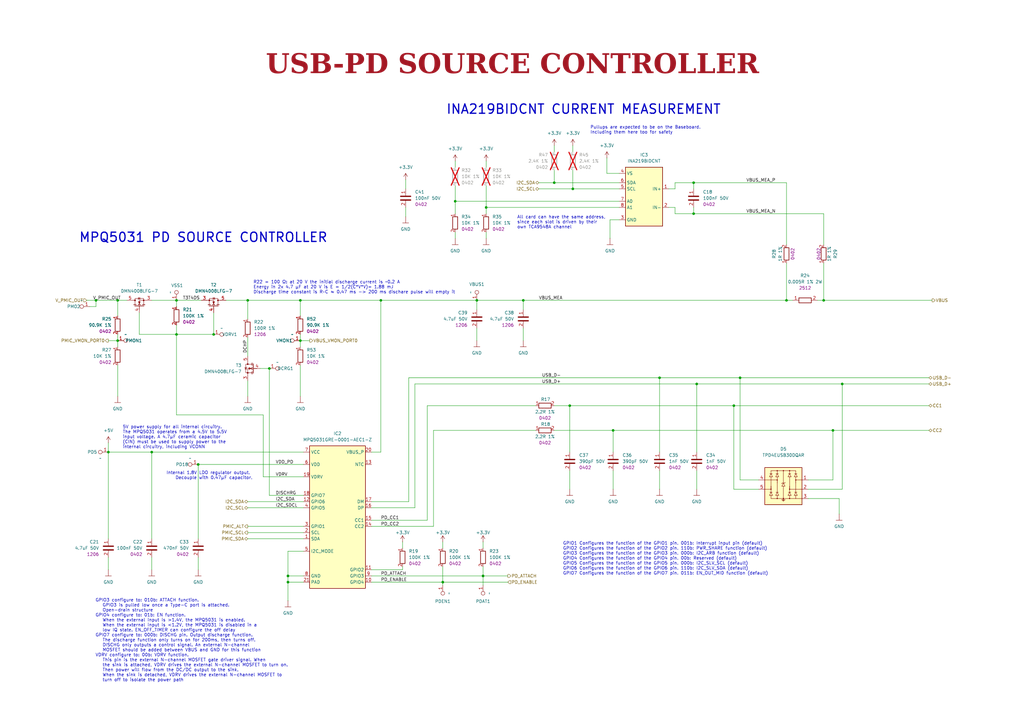
<source format=kicad_sch>
(kicad_sch (version 20250114) (generator "eeschema") (generator_version "9.0")
  (paper "A3")
  (title_block (title "Sheet Title B") (date "2025-01-12") (rev "1.0.0") (company "DvidMakesThings"))
  (text "All card can have the same address,\nsince each slot is driven by their\nown TCA9548A channel" (at 212.09 91.186 0) (effects (font (size 1.27 1.27)) (justify left)))
  (text "R22 = 100 Ω: at 20 V the initial discharge current is ~0.2 A\nEnergy in 2x 4.7 µF at 20 V is E = 1/2(C*V*V)= 1.88 mJ\nDischarge time constant is R·C ≈ 0.47 ms -> 200 ms dischare pulse will empty it" (at 103.886 117.856 0) (effects (font (size 1.27 1.27)) (justify left)))
  (text "5V power supply for all internal circuitry. \nThe MPQ5031 operates from a 4.5V to 5.5V \ninput voltage. A 4.7µF ceramic capacitor \n(CIN) must be used to supply power to the \ninternal circuitry, including VCONN" (at 50.292 179.324 0) (effects (font (size 1.27 1.27)) (justify left)))
  (text "MPQ5031 PD SOURCE CONTROLLER" (at 32.258 97.536 0) (effects (font (size 3.81 3.81) (thickness 0.508) (bold yes)) (justify left)))
  (text "INA219BIDCNT CURRENT MEASUREMENT" (at 182.88 44.958 0) (effects (font (size 3.81 3.81) (thickness 0.508) (bold yes)) (justify left)))
  (text "GPIO3 configure to: 010b: ATTACH function. \n   GPIO3 is pulled low once a Type-C port is attached. \n   Open-drain structure\nGPIO4 configure to: 01b: EN function. \n   When the external input is >1.4V, the MPQ5031 is enabled. \n   When the external input is <1.2V, the MPQ5031 is disabled in a \n   low IQ state. EN_OFF_TIMER can configure the off delay\nGPIO7 configure to: 000b: DISCHG pin. Output discharge function. \n   The discharge function only turns on for 200ms, then turns off. \n   DISCHG only outputs a control signal. An external N-channel\n   MOSFET should be added between VBUS and GND for this function\nVDRV configure to: 00b: VDRV function. \n   This pin is the external N-channel MOSFET gate driver signal. When\n   the sink is attached, VDRV drives the external N-channel MOSFET to turn on. \n   Then power will flow from the DC/DC output to the sink. \n   When the sink is detached, VDRV drives the external N-channel MOSFET to \n   turn off to isolate the power path" (at 39.116 262.636 0) (effects (font (size 1.27 1.27)) (justify left)))
  (text "GPIO1 Configures the function of the GPIO1 pin. 001b: Interrupt input pin (default)\nGPIO2 Configures the function of the GPIO2 pin. 110b: PWR_SHARE function (default)\nGPIO3 Configures the function of the GPIO3 pin. 000b: I2C_ARB function (default)\nGPIO4 Configures the function of the GPIO4 pin. 00b: Reserved (default)\nGPIO5 Configures the function of the GPIO5 pin. 000b: I2C_SLV_SCL (default)\nGPIO6 Configures the function of the GPIO6 pin. 110b: I2C_SLV_SDA (default)\nGPIO7 Configures the function of the GPIO7 pin. 011b: EN_OUT_MID function (default)" (at 230.886 229.108 0) (effects (font (size 1.27 1.27)) (justify left)))
  (text "Internal 1.8V LDO regulator output. \nDecouple with 0.47µF capacitor." (at 103.632 195.072 0) (effects (font (size 1.27 1.27)) (justify right)))
  (text "Pullups are expected to be on the Baseboard. \nIncluding them here too for safety" (at 242.062 53.34 0) (effects (font (size 1.27 1.27)) (justify left)))
  (text_box "USB-PD SOURCE CONTROLLER" (at 13.97 20.32 0) (size 392.43 12.7) (margins 5.9999 5.9999 5.9999 5.9999) (stroke (width -0.0001)) (effects (font (size 8 8) (thickness 1.2) (bold yes))))
  (junction (at 81.28 190.5))
  (junction (at 48.26 139.7))
  (junction (at 72.39 123.19))
  (junction (at 285.75 157.48))
  (junction (at 195.58 123.19))
  (junction (at 110.49 151.13))
  (junction (at 234.95 77.47))
  (junction (at 198.12 236.22))
  (junction (at 123.19 139.7))
  (junction (at 48.26 123.19))
  (junction (at 44.45 185.42))
  (junction (at 322.58 123.19))
  (junction (at 62.23 185.42))
  (junction (at 341.63 176.53))
  (junction (at 345.44 157.48))
  (junction (at 39.37 123.19))
  (junction (at 300.99 166.37))
  (junction (at 101.6 123.19))
  (junction (at 233.68 166.37))
  (junction (at 181.61 238.76))
  (junction (at 123.19 123.19))
  (junction (at 337.82 123.19))
  (junction (at 251.46 176.53))
  (junction (at 303.53 154.94))
  (junction (at 118.11 236.22))
  (junction (at 284.48 74.93))
  (junction (at 186.69 82.55))
  (junction (at 214.63 123.19))
  (junction (at 156.21 123.19))
  (junction (at 199.39 85.09))
  (junction (at 284.48 87.63))
  (junction (at 227.33 74.93))
  (junction (at 72.39 137.16))
  (junction (at 118.11 238.76))
  (junction (at 270.51 154.94))
  (junction (at 87.63 137.16))
  (wire (pts (xy 101.6 215.9) (xy 124.46 215.9)))
  (wire (pts (xy 251.46 200.66) (xy 251.46 193.04)))
  (wire (pts (xy 227.33 176.53) (xy 251.46 176.53)))
  (wire (pts (xy 195.58 139.7) (xy 195.58 134.62)))
  (wire (pts (xy 214.63 123.19) (xy 214.63 127)))
  (wire (pts (xy 284.48 87.63) (xy 337.82 87.63)))
  (wire (pts (xy 300.99 166.37) (xy 300.99 200.66)))
  (wire (pts (xy 285.75 157.48) (xy 345.44 157.48)))
  (wire (pts (xy 199.39 95.25) (xy 199.39 97.79)))
  (wire (pts (xy 270.51 154.94) (xy 303.53 154.94)))
  (wire (pts (xy 199.39 66.04) (xy 199.39 68.58)))
  (wire (pts (xy 175.26 166.37) (xy 219.71 166.37)))
  (wire (pts (xy 118.11 236.22) (xy 118.11 238.76)))
  (wire (pts (xy 214.63 123.19) (xy 322.58 123.19)))
  (wire (pts (xy 87.63 128.27) (xy 87.63 137.16)))
  (wire (pts (xy 177.8 215.9) (xy 177.8 176.53)))
  (wire (pts (xy 186.69 76.2) (xy 186.69 82.55)))
  (wire (pts (xy 198.12 236.22) (xy 152.4 236.22)))
  (wire (pts (xy 177.8 176.53) (xy 219.71 176.53)))
  (wire (pts (xy 251.46 176.53) (xy 341.63 176.53)))
  (wire (pts (xy 101.6 123.19) (xy 101.6 130.81)))
  (wire (pts (xy 322.58 107.95) (xy 322.58 123.19)))
  (wire (pts (xy 331.47 196.85) (xy 341.63 196.85)))
  (wire (pts (xy 285.75 200.66) (xy 285.75 193.04)))
  (wire (pts (xy 331.47 204.47) (xy 344.17 204.47)))
  (wire (pts (xy 101.6 156.21) (xy 101.6 162.56)))
  (wire (pts (xy 181.61 238.76) (xy 181.61 240.03)))
  (wire (pts (xy 195.58 123.19) (xy 195.58 127)))
  (wire (pts (xy 165.1 233.68) (xy 165.1 232.41)))
  (wire (pts (xy 118.11 226.06) (xy 118.11 236.22)))
  (wire (pts (xy 101.6 123.19) (xy 123.19 123.19)))
  (wire (pts (xy 152.4 208.28) (xy 170.18 208.28)))
  (wire (pts (xy 234.95 77.47) (xy 254 77.47)))
  (wire (pts (xy 284.48 74.93) (xy 322.58 74.93)))
  (wire (pts (xy 227.33 166.37) (xy 233.68 166.37)))
  (wire (pts (xy 123.19 149.86) (xy 123.19 162.56)))
  (wire (pts (xy 345.44 157.48) (xy 345.44 200.66)))
  (wire (pts (xy 48.26 149.86) (xy 48.26 162.56)))
  (wire (pts (xy 123.19 137.16) (xy 123.19 139.7)))
  (wire (pts (xy 110.49 151.13) (xy 106.68 151.13)))
  (wire (pts (xy 250.19 90.17) (xy 250.19 97.79)))
  (wire (pts (xy 208.28 236.22) (xy 198.12 236.22)))
  (wire (pts (xy 107.95 170.18) (xy 72.39 170.18)))
  (wire (pts (xy 337.82 87.63) (xy 337.82 100.33)))
  (wire (pts (xy 62.23 233.68) (xy 62.23 228.6)))
  (wire (pts (xy 234.95 59.69) (xy 234.95 62.23)))
  (wire (pts (xy 107.95 195.58) (xy 124.46 195.58)))
  (wire (pts (xy 123.19 123.19) (xy 123.19 129.54)))
  (wire (pts (xy 331.47 200.66) (xy 345.44 200.66)))
  (wire (pts (xy 35.56 123.19) (xy 39.37 123.19)))
  (wire (pts (xy 274.32 77.47) (xy 276.86 77.47)))
  (wire (pts (xy 101.6 138.43) (xy 101.6 146.05)))
  (wire (pts (xy 62.23 123.19) (xy 72.39 123.19)))
  (wire (pts (xy 101.6 205.74) (xy 124.46 205.74)))
  (wire (pts (xy 186.69 82.55) (xy 254 82.55)))
  (wire (pts (xy 101.6 208.28) (xy 124.46 208.28)))
  (wire (pts (xy 198.12 222.25) (xy 198.12 224.79)))
  (wire (pts (xy 72.39 170.18) (xy 72.39 137.16)))
  (wire (pts (xy 322.58 123.19) (xy 325.12 123.19)))
  (wire (pts (xy 233.68 200.66) (xy 233.68 193.04)))
  (wire (pts (xy 156.21 185.42) (xy 156.21 123.19)))
  (wire (pts (xy 220.98 77.47) (xy 234.95 77.47)))
  (wire (pts (xy 48.26 139.7) (xy 44.45 139.7)))
  (wire (pts (xy 233.68 166.37) (xy 300.99 166.37)))
  (wire (pts (xy 36.83 125.73) (xy 39.37 125.73)))
  (wire (pts (xy 227.33 74.93) (xy 254 74.93)))
  (wire (pts (xy 44.45 185.42) (xy 44.45 220.98)))
  (wire (pts (xy 170.18 208.28) (xy 170.18 157.48)))
  (wire (pts (xy 101.6 220.98) (xy 124.46 220.98)))
  (wire (pts (xy 274.32 85.09) (xy 276.86 85.09)))
  (wire (pts (xy 166.37 73.66) (xy 166.37 77.47)))
  (wire (pts (xy 167.64 205.74) (xy 167.64 154.94)))
  (wire (pts (xy 175.26 213.36) (xy 175.26 166.37)))
  (wire (pts (xy 322.58 74.93) (xy 322.58 100.33)))
  (wire (pts (xy 123.19 139.7) (xy 123.19 142.24)))
  (wire (pts (xy 81.28 190.5) (xy 81.28 220.98)))
  (wire (pts (xy 337.82 107.95) (xy 337.82 123.19)))
  (wire (pts (xy 303.53 154.94) (xy 381 154.94)))
  (wire (pts (xy 101.6 218.44) (xy 124.46 218.44)))
  (wire (pts (xy 48.26 123.19) (xy 48.26 129.54)))
  (wire (pts (xy 118.11 236.22) (xy 124.46 236.22)))
  (wire (pts (xy 303.53 154.94) (xy 303.53 196.85)))
  (wire (pts (xy 284.48 74.93) (xy 284.48 77.47)))
  (wire (pts (xy 165.1 222.25) (xy 165.1 224.79)))
  (wire (pts (xy 107.95 195.58) (xy 107.95 170.18)))
  (wire (pts (xy 220.98 74.93) (xy 227.33 74.93)))
  (wire (pts (xy 44.45 233.68) (xy 44.45 228.6)))
  (wire (pts (xy 198.12 236.22) (xy 198.12 240.03)))
  (wire (pts (xy 341.63 176.53) (xy 381 176.53)))
  (wire (pts (xy 254 71.12) (xy 248.92 71.12)))
  (wire (pts (xy 152.4 185.42) (xy 156.21 185.42)))
  (wire (pts (xy 227.33 59.69) (xy 227.33 62.23)))
  (wire (pts (xy 152.4 205.74) (xy 167.64 205.74)))
  (wire (pts (xy 39.37 125.73) (xy 39.37 123.19)))
  (wire (pts (xy 195.58 123.19) (xy 214.63 123.19)))
  (wire (pts (xy 62.23 185.42) (xy 62.23 220.98)))
  (wire (pts (xy 48.26 139.7) (xy 48.26 142.24)))
  (wire (pts (xy 248.92 64.77) (xy 248.92 71.12)))
  (wire (pts (xy 152.4 238.76) (xy 181.61 238.76)))
  (wire (pts (xy 254 90.17) (xy 250.19 90.17)))
  (wire (pts (xy 276.86 87.63) (xy 284.48 87.63)))
  (wire (pts (xy 118.11 238.76) (xy 124.46 238.76)))
  (wire (pts (xy 303.53 196.85) (xy 311.15 196.85)))
  (wire (pts (xy 72.39 133.35) (xy 72.39 137.16)))
  (wire (pts (xy 152.4 213.36) (xy 175.26 213.36)))
  (wire (pts (xy 233.68 166.37) (xy 233.68 185.42)))
  (wire (pts (xy 199.39 85.09) (xy 199.39 87.63)))
  (wire (pts (xy 214.63 139.7) (xy 214.63 134.62)))
  (wire (pts (xy 48.26 123.19) (xy 52.07 123.19)))
  (wire (pts (xy 251.46 176.53) (xy 251.46 185.42)))
  (wire (pts (xy 123.19 139.7) (xy 127 139.7)))
  (wire (pts (xy 48.26 137.16) (xy 48.26 139.7)))
  (wire (pts (xy 300.99 166.37) (xy 381 166.37)))
  (wire (pts (xy 167.64 154.94) (xy 270.51 154.94)))
  (wire (pts (xy 337.82 123.19) (xy 382.27 123.19)))
  (wire (pts (xy 341.63 196.85) (xy 341.63 176.53)))
  (wire (pts (xy 62.23 185.42) (xy 44.45 185.42)))
  (wire (pts (xy 57.15 137.16) (xy 72.39 137.16)))
  (wire (pts (xy 198.12 232.41) (xy 198.12 236.22)))
  (wire (pts (xy 227.33 69.85) (xy 227.33 74.93)))
  (wire (pts (xy 72.39 123.19) (xy 82.55 123.19)))
  (wire (pts (xy 186.69 82.55) (xy 186.69 87.63)))
  (wire (pts (xy 181.61 222.25) (xy 181.61 224.79)))
  (wire (pts (xy 186.69 66.04) (xy 186.69 68.58)))
  (wire (pts (xy 276.86 77.47) (xy 276.86 74.93)))
  (wire (pts (xy 72.39 123.19) (xy 72.39 125.73)))
  (wire (pts (xy 199.39 85.09) (xy 254 85.09)))
  (wire (pts (xy 124.46 226.06) (xy 118.11 226.06)))
  (wire (pts (xy 285.75 157.48) (xy 285.75 185.42)))
  (wire (pts (xy 166.37 88.9) (xy 166.37 85.09)))
  (wire (pts (xy 181.61 238.76) (xy 181.61 232.41)))
  (wire (pts (xy 156.21 123.19) (xy 195.58 123.19)))
  (wire (pts (xy 300.99 200.66) (xy 311.15 200.66)))
  (wire (pts (xy 284.48 85.09) (xy 284.48 87.63)))
  (wire (pts (xy 110.49 203.2) (xy 110.49 151.13)))
  (wire (pts (xy 81.28 190.5) (xy 124.46 190.5)))
  (wire (pts (xy 276.86 85.09) (xy 276.86 87.63)))
  (wire (pts (xy 87.63 137.16) (xy 72.39 137.16)))
  (wire (pts (xy 337.82 123.19) (xy 335.28 123.19)))
  (wire (pts (xy 276.86 74.93) (xy 284.48 74.93)))
  (wire (pts (xy 186.69 95.25) (xy 186.69 97.79)))
  (wire (pts (xy 344.17 204.47) (xy 344.17 210.82)))
  (wire (pts (xy 270.51 185.42) (xy 270.51 154.94)))
  (wire (pts (xy 39.37 123.19) (xy 48.26 123.19)))
  (wire (pts (xy 181.61 238.76) (xy 208.28 238.76)))
  (wire (pts (xy 92.71 123.19) (xy 101.6 123.19)))
  (wire (pts (xy 118.11 238.76) (xy 118.11 246.38)))
  (wire (pts (xy 57.15 128.27) (xy 57.15 137.16)))
  (wire (pts (xy 170.18 157.48) (xy 285.75 157.48)))
  (wire (pts (xy 234.95 69.85) (xy 234.95 77.47)))
  (wire (pts (xy 110.49 203.2) (xy 124.46 203.2)))
  (wire (pts (xy 44.45 181.61) (xy 44.45 185.42)))
  (wire (pts (xy 152.4 233.68) (xy 165.1 233.68)))
  (wire (pts (xy 199.39 76.2) (xy 199.39 85.09)))
  (wire (pts (xy 270.51 200.66) (xy 270.51 193.04)))
  (wire (pts (xy 345.44 157.48) (xy 381 157.48)))
  (wire (pts (xy 123.19 123.19) (xy 156.21 123.19)))
  (wire (pts (xy 152.4 215.9) (xy 177.8 215.9)))
  (wire (pts (xy 81.28 233.68) (xy 81.28 228.6)))
  (wire (pts (xy 124.46 185.42) (xy 62.23 185.42)))
  (label "VDD_PD" (at 113.03 190.5 0))
  (label "USB_D+" (at 222.25 157.48 0))
  (label "USB_D-" (at 222.25 154.94 0))
  (label "I2C_SDA" (at 113.03 205.74 0))
  (label "DISCHRG" (at 113.03 203.2 0))
  (label "DCHP" (at 101.6 144.78 90))
  (label "V_PMIC_OUT" (at 38.1 123.19 0))
  (label "VBUS_MEA_P" (at 306.07 74.93 0))
  (label "PD_CC2" (at 156.21 215.9 0))
  (label "I2C_SDCL" (at 113.03 208.28 0))
  (label "VBUS_MEA_N" (at 306.07 87.63 0))
  (label "T3T4DS" (at 74.93 123.19 0))
  (label "VDRV" (at 113.03 195.58 0))
  (label "PD_ATTACH" (at 156.21 236.22 0))
  (label "PD_CC1" (at 156.21 213.36 0))
  (label "PD_ENABLE" (at 156.21 238.76 0))
  (label "VBUS_MEA" (at 220.98 123.19 0))
  (hierarchical_label "USB_D+" (shape bidirectional) (at 381 157.48 0))
  (hierarchical_label "I2C_SDA" (shape bidirectional) (at 220.98 74.93 180))
  (hierarchical_label "CC2" (shape bidirectional) (at 381 176.53 0))
  (hierarchical_label "PMIC_SCL" (shape output) (at 101.6 218.44 180))
  (hierarchical_label "PD_ENABLE" (shape input) (at 208.28 238.76 0))
  (hierarchical_label "USB_D-" (shape bidirectional) (at 381 154.94 0))
  (hierarchical_label "VBUS_VMON_PORT0" (shape output) (at 127 139.7 0))
  (hierarchical_label "I2C_SCL" (shape bidirectional) (at 220.98 77.47 180))
  (hierarchical_label "CC1" (shape bidirectional) (at 381 166.37 0))
  (hierarchical_label "I2C_SDA" (shape bidirectional) (at 101.6 205.74 180))
  (hierarchical_label "V_PMIC_OUT" (shape input) (at 35.56 123.19 180))
  (hierarchical_label "I2C_SCL" (shape bidirectional) (at 101.6 208.28 180))
  (hierarchical_label "PMIC_SDA" (shape bidirectional) (at 101.6 220.98 180))
  (hierarchical_label "PMIC_VMON_PORT0" (shape output) (at 44.45 139.7 180))
  (hierarchical_label "VBUS" (shape output) (at 382.27 123.19 0))
  (hierarchical_label "PD_ATTACH" (shape output) (at 208.28 236.22 0))
  (hierarchical_label "PMIC_ALT" (shape output) (at 101.6 215.9 180))
  (symbol (lib_id "DS_FET:DMN4008LFG-7") (at 101.6 151.13 0) (mirror y) (unit 1)
    (property "Reference" "T3" (at 99.06 149.8599 0) (effects (justify left)))
    (property "Value" "DMN4008LFG-7" (at 99.06 152.3999 0) (effects (justify left)))
    (property "Footprint" "DS_FET:Diodes_PowerDI3333-8" (effects (hide yes)))
    (property "Datasheet" "https://www.diodes.com/assets/Datasheets/DMN4008LFG.pdf" (effects (hide yes)))
    (property "Description" "N-Channel 40 V 14.4A (Ta) 1W (Ta) Surface Mount POWERDI3333-8" (effects (hide yes)))
    (property "LCSC_PART" "C6601822" (effects (hide yes)))
    (property "ROHS" "YES" (effects (hide yes)))
    (property "MPN" "DMN4008LFG-7" (effects (hide yes)))
    (property "MFR" "Diodes Incorporated" (effects (hide yes)))
    (property "DIST1" "https://www.digikey.at/en/products/detail/diodes-incorporated/DMN4008LFG-7/4948450" (effects (hide yes)))
  )
  (symbol (lib_id "DS_Supply:GND") (at 270.51 200.66 0) (unit 1)
    (property "Reference" "#PWR033" (effects (hide yes)))
    (property "Value" "GND" (at 270.51 205.74 0))
    (property "Description" "Power symbol creates a global label with name \"GND\" , ground" (effects (hide yes)))
  )
  (symbol (lib_id "DS_Capacitor_1206:4.7uF 50V 1206") (at 44.45 224.79 0) (unit 1)
    (property "Reference" "C21" (at 40.64 222.2499 0) (effects (justify right)))
    (property "Value" "4.7uF 50V" (at 40.64 224.7899 0) (effects (justify right)))
    (property "Footprint" "Capacitor_SMD:C_1206_3216Metric" (effects (hide yes)))
    (property "Description" "50V 4.7uF X7R ±10% 1206 Multilayer Ceramic Capacitors MLCC - SMD/SMT ROHS" (effects (hide yes)))
    (property "FOOTPRINT_SHORT" "1206" (at 40.64 227.3299 0) (effects (justify right)))
    (property "ROHS" "YES" (effects (hide yes)))
    (property "LCSC_PART" "C51205" (effects (hide yes)))
  )
  (symbol (lib_id "DS_Test:Test_Point") (at 195.58 121.92 0) (mirror y) (unit 1)
    (property "Reference" "VBUS1" (at 195.58 116.586 0))
    (property "Value" "~" (at 193.04 119.888 90))
    (property "Footprint" "DS_Test:TestPoint_0.6mm" (effects (hide yes)))
  )
  (symbol (lib_id "DS_Test:Test_Point") (at 198.12 241.3 0) (mirror x) (unit 1)
    (property "Reference" "PDAT1" (at 198.12 246.634 0))
    (property "Value" "~" (at 200.66 243.332 90))
    (property "Footprint" "DS_Test:TestPoint_0.6mm" (effects (hide yes)))
  )
  (symbol (lib_id "power:+3.3V") (at 186.69 66.04 0) (unit 1)
    (property "Reference" "#PWR45" (effects (hide yes)))
    (property "Value" "+3.3V" (at 186.69 60.96 0))
    (property "Description" "Power symbol creates a global label with name \"+3.3V\"" (effects (hide yes)))
  )
  (symbol (lib_id "DS_Supply:GND") (at 118.11 246.38 0) (unit 1)
    (property "Reference" "#PWR029" (effects (hide yes)))
    (property "Value" "GND" (at 118.11 251.46 0))
    (property "Description" "Power symbol creates a global label with name \"GND\" , ground" (effects (hide yes)))
  )
  (symbol (lib_id "DS_Supply:GND") (at 250.19 97.79 0) (unit 1)
    (property "Reference" "#PWR43" (effects (hide yes)))
    (property "Value" "GND" (at 250.19 102.87 0))
    (property "Description" "Power symbol creates a global label with name \"GND\" , ground" (effects (hide yes)))
  )
  (symbol (lib_id "DS_Resistor_2512:0.005R 1% 2515") (at 330.2 123.19 90) (mirror x) (unit 1)
    (property "Reference" "R24" (at 330.2 113.03 90))
    (property "Value" "0.005R 1% 2W" (at 330.2 115.57 90))
    (property "Footprint" "Resistor_SMD:R_2512_6332Metric" (effects (hide yes)))
    (property "Datasheet" "https://jlcpcb.com/api/file/downloadByFileSystemAccessId/8588898866486267904" (effects (hide yes)))
    (property "Description" "-55°C~+170°C 2W 5mΩ ±1% ±25ppm/°C 2512 Chip Resistor - Surface Mount ROHS" (effects (hide yes)))
    (property "LCSC_PART" "C108931" (effects (hide yes)))
    (property "ROHS" "YES" (effects (hide yes)))
    (property "FOOTPRINT_SHORT" "2512" (at 330.2 118.11 90))
    (property "MFR" "RALEC" (effects (hide yes)))
    (property "MPN" "LR2512-22R005F4" (effects (hide yes)))
  )
  (symbol (lib_id "DS_Supply:GND") (at 233.68 200.66 0) (unit 1)
    (property "Reference" "#PWR035" (effects (hide yes)))
    (property "Value" "GND" (at 233.68 205.74 0))
    (property "Description" "Power symbol creates a global label with name \"GND\" , ground" (effects (hide yes)))
  )
  (symbol (lib_id "DS_Resistor_0402:2.4K 1% 0402") (at 227.33 66.04 0) (mirror y) (unit 1) (in_bom no) (dnp yes)
    (property "Reference" "R47" (at 224.79 63.4999 0) (effects (justify left)))
    (property "Value" "2.4K 1%" (at 224.79 66.0399 0) (effects (justify left)))
    (property "Footprint" "Resistor_SMD:R_0402_1005Metric" (effects (hide yes)))
    (property "Description" "62.5mW Thick Film Resistors 50V ±100ppm/℃ ±1% 2.4kΩ 0402 Chip Resistor - Surface Mount ROHS" (effects (hide yes)))
    (property "LCSC_PART" "C25882" (effects (hide yes)))
    (property "ROHS" "YES" (effects (hide yes)))
    (property "FOOTPRINT_SHORT" "0402" (at 224.79 68.5799 0) (effects (justify left)))
    (property "MFR" "LIZ" (effects (hide yes)))
  )
  (symbol (lib_id "DS_Test:Test_Point") (at 181.61 241.3 0) (mirror x) (unit 1)
    (property "Reference" "PDEN1" (at 181.61 246.634 0))
    (property "Value" "~" (at 184.15 243.332 90))
    (property "Footprint" "DS_Test:TestPoint_0.6mm" (effects (hide yes)))
  )
  (symbol (lib_id "DS_Test:Test_Point") (at 43.18 185.42 90) (mirror x) (unit 1)
    (property "Reference" "PD5" (at 37.846 185.42 90))
    (property "Value" "~" (at 41.148 187.96 90))
    (property "Footprint" "DS_Test:TestPoint_0.6mm" (effects (hide yes)))
  )
  (symbol (lib_id "DS_Resistor_0402:2.4K 1% 0402") (at 234.95 66.04 0) (unit 1) (in_bom no) (dnp yes)
    (property "Reference" "R45" (at 237.49 63.4999 0) (effects (justify left)))
    (property "Value" "2.4K 1%" (at 237.49 66.0399 0) (effects (justify left)))
    (property "Footprint" "Resistor_SMD:R_0402_1005Metric" (effects (hide yes)))
    (property "Description" "62.5mW Thick Film Resistors 50V ±100ppm/℃ ±1% 2.4kΩ 0402 Chip Resistor - Surface Mount ROHS" (effects (hide yes)))
    (property "LCSC_PART" "C25882" (effects (hide yes)))
    (property "ROHS" "YES" (effects (hide yes)))
    (property "FOOTPRINT_SHORT" "0402" (at 237.49 68.5799 0) (effects (justify left)))
    (property "MFR" "LIZ" (effects (hide yes)))
  )
  (symbol (lib_id "DS_Test:Test_Point") (at 88.9 137.16 270) (mirror x) (unit 1)
    (property "Reference" "VDRV1" (at 94.234 137.16 90))
    (property "Value" "~" (at 90.932 134.62 90))
    (property "Footprint" "DS_Test:TestPoint_0.6mm" (effects (hide yes)))
  )
  (symbol (lib_id "DS_FET:DMN4008LFG-7") (at 57.15 123.19 90) (unit 1)
    (property "Reference" "T1" (at 57.15 116.84 90))
    (property "Value" "DMN4008LFG-7" (at 57.15 119.38 90))
    (property "Footprint" "DS_FET:Diodes_PowerDI3333-8" (effects (hide yes)))
    (property "Datasheet" "https://www.diodes.com/assets/Datasheets/DMN4008LFG.pdf" (effects (hide yes)))
    (property "Description" "N-Channel 40 V 14.4A (Ta) 1W (Ta) Surface Mount POWERDI3333-8" (effects (hide yes)))
    (property "LCSC_PART" "C6601822" (effects (hide yes)))
    (property "ROHS" "YES" (effects (hide yes)))
    (property "MPN" "DMN4008LFG-7" (effects (hide yes)))
    (property "MFR" "Diodes Incorporated" (effects (hide yes)))
    (property "DIST1" "https://www.digikey.at/en/products/detail/diodes-incorporated/DMN4008LFG-7/4948450" (effects (hide yes)))
  )
  (symbol (lib_id "DS_Capacitor_1206:4.7uF 50V 1206") (at 195.58 130.81 0) (unit 1)
    (property "Reference" "C39" (at 191.77 128.2699 0) (effects (justify right)))
    (property "Value" "4.7uF 50V" (at 191.77 130.8099 0) (effects (justify right)))
    (property "Footprint" "Capacitor_SMD:C_1206_3216Metric" (effects (hide yes)))
    (property "Description" "50V 4.7uF X7R ±10% 1206 Multilayer Ceramic Capacitors MLCC - SMD/SMT ROHS" (effects (hide yes)))
    (property "FOOTPRINT_SHORT" "1206" (at 191.77 133.3499 0) (effects (justify right)))
    (property "ROHS" "YES" (effects (hide yes)))
    (property "LCSC_PART" "C51205" (effects (hide yes)))
  )
  (symbol (lib_id "DS_Resistor_0402:100K 1% 0402") (at 165.1 228.6 0) (unit 1)
    (property "Reference" "R19" (at 167.64 226.0599 0) (effects (justify left)))
    (property "Value" "100K 1%" (at 167.64 228.5999 0) (effects (justify left)))
    (property "Footprint" "Resistor_SMD:R_0402_1005Metric" (effects (hide yes)))
    (property "Description" "62.5mW Thick Film Resistors 50V ±100ppm/℃ ±1% 100kΩ 0402 Chip Resistor - Surface Mount ROHS" (effects (hide yes)))
    (property "LCSC_PART" "C25741" (effects (hide yes)))
    (property "ROHS" "YES" (effects (hide yes)))
    (property "FOOTPRINT_SHORT" "0402" (at 167.64 231.1399 0) (effects (justify left)))
    (property "MFR" "FH" (effects (hide yes)))
  )
  (symbol (lib_id "DS_Capacitor_0402:1nF 50V 0402") (at 270.51 189.23 0) (unit 1)
    (property "Reference" "C35" (at 274.32 186.6899 0) (effects (justify left)))
    (property "Value" "1nF 50V" (at 274.32 189.2299 0) (effects (justify left)))
    (property "Footprint" "Capacitor_SMD:C_0402_1005Metric" (effects (hide yes)))
    (property "Description" "50V 1nF X7R ±10% 0402 Multilayer Ceramic Capacitors MLCC - SMD/SMT ROHS" (effects (hide yes)))
    (property "FOOTPRINT_SHORT" "0402" (at 274.32 191.7699 0) (effects (justify left)))
    (property "ROHS" "YES" (effects (hide yes)))
    (property "LCSC_PART" "C14442" (effects (hide yes)))
  )
  (symbol (lib_id "DS_Resistor_0402:10K 1% 0402") (at 48.26 146.05 0) (mirror y) (unit 1)
    (property "Reference" "R27" (at 45.72 143.5099 0) (effects (justify left)))
    (property "Value" "10K 1%" (at 45.72 146.0499 0) (effects (justify left)))
    (property "Footprint" "Resistor_SMD:R_0402_1005Metric" (effects (hide yes)))
    (property "Description" "62.5mW Thick Film Resistors 50V ±100ppm/℃ ±1% 10kΩ 0402 Chip Resistor - Surface Mount ROHS" (effects (hide yes)))
    (property "LCSC_PART" "C25744" (effects (hide yes)))
    (property "ROHS" "YES" (effects (hide yes)))
    (property "FOOTPRINT_SHORT" "0402" (at 45.72 148.5899 0) (effects (justify left)))
    (property "MFR" "ROHM" (effects (hide yes)))
  )
  (symbol (lib_id "DS_Resistor_0402:90.9K 1% 0402") (at 48.26 133.35 0) (mirror y) (unit 1)
    (property "Reference" "R25" (at 45.72 130.8099 0) (effects (justify left)))
    (property "Value" "90.9K 1%" (at 45.72 133.3499 0) (effects (justify left)))
    (property "Footprint" "Resistor_SMD:R_0402_1005Metric" (effects (hide yes)))
    (property "Datasheet" "https://jlcpcb.com/api/file/downloadByFileSystemAccessId/8588907086897537024" (effects (hide yes)))
    (property "Description" "90.9kΩ Thick Film Resistor ±1% ±100ppm/°C 0402 Chip Resistor - Surface Mount ROHS" (effects (hide yes)))
    (property "LCSC_PART" "C163452" (effects (hide yes)))
    (property "ROHS" "YES" (effects (hide yes)))
    (property "FOOTPRINT_SHORT" "0402" (at 45.72 135.8899 0) (effects (justify left)))
    (property "MFR" "YAGEO" (effects (hide yes)))
    (property "MPN" "RC0402FR-0790K9L" (effects (hide yes)))
  )
  (symbol (lib_id "DS_Test:Test_Point") (at 35.56 125.73 90) (unit 1)
    (property "Reference" "PMO2" (at 30.226 125.73 90))
    (property "Value" "~" (at 33.528 123.19 90))
    (property "Footprint" "DS_Test:TestPoint_0.6mm" (effects (hide yes)))
  )
  (symbol (lib_id "DS_Resistor_0402:2.2R 1% 0402") (at 223.52 166.37 90) (unit 1)
    (property "Reference" "R17" (at 223.774 163.83 90))
    (property "Value" "2.2R 1%" (at 223.52 168.91 90))
    (property "Footprint" "Resistor_SMD:R_0402_1005Metric" (effects (hide yes)))
    (property "Description" "-55℃~+155℃ 2.2Ω 50V 62.5mW Thick Film Resistor ±1% ±200ppm/℃ 0402 Chip Resistor - Surface Mount ROHS" (effects (hide yes)))
    (property "LCSC_PART" "C25101" (effects (hide yes)))
    (property "ROHS" "YES" (effects (hide yes)))
    (property "FOOTPRINT_SHORT" "0402" (at 223.52 171.45 90))
    (property "MFR" " UNI-ROYAL" (effects (hide yes)))
  )
  (symbol (lib_id "DS_Test:Test_Point") (at 80.01 190.5 90) (unit 1)
    (property "Reference" "PD18" (at 74.676 190.5 90))
    (property "Value" "~" (at 77.978 187.96 90))
    (property "Footprint" "DS_Test:TestPoint_0.6mm" (effects (hide yes)))
  )
  (symbol (lib_id "DS_Supply:GND") (at 344.17 210.82 0) (unit 1)
    (property "Reference" "#PWR032" (effects (hide yes)))
    (property "Value" "GND" (at 344.17 215.9 0))
    (property "Description" "Power symbol creates a global label with name \"GND\" , ground" (effects (hide yes)))
  )
  (symbol (lib_id "DS_Supply:GND") (at 251.46 200.66 0) (unit 1)
    (property "Reference" "#PWR036" (effects (hide yes)))
    (property "Value" "GND" (at 251.46 205.74 0))
    (property "Description" "Power symbol creates a global label with name \"GND\" , ground" (effects (hide yes)))
  )
  (symbol (lib_id "DS_FET:DMN4008LFG-7") (at 87.63 123.19 270) (mirror x) (unit 1)
    (property "Reference" "T2" (at 87.63 116.84 90))
    (property "Value" "DMN4008LFG-7" (at 87.63 119.38 90))
    (property "Footprint" "DS_FET:Diodes_PowerDI3333-8" (effects (hide yes)))
    (property "Datasheet" "https://www.diodes.com/assets/Datasheets/DMN4008LFG.pdf" (effects (hide yes)))
    (property "Description" "N-Channel 40 V 14.4A (Ta) 1W (Ta) Surface Mount POWERDI3333-8" (effects (hide yes)))
    (property "LCSC_PART" "C6601822" (effects (hide yes)))
    (property "ROHS" "YES" (effects (hide yes)))
    (property "MPN" "DMN4008LFG-7" (effects (hide yes)))
    (property "MFR" "Diodes Incorporated" (effects (hide yes)))
    (property "DIST1" "https://www.digikey.at/en/products/detail/diodes-incorporated/DMN4008LFG-7/4948450" (effects (hide yes)))
  )
  (symbol (lib_id "DS_Supply:GND") (at 166.37 88.9 0) (unit 1)
    (property "Reference" "#PWR090" (effects (hide yes)))
    (property "Value" "GND" (at 166.37 93.98 0))
    (property "Description" "Power symbol creates a global label with name \"GND\" , ground" (effects (hide yes)))
  )
  (symbol (lib_id "power:+3.3V") (at 199.39 66.04 0) (unit 1)
    (property "Reference" "#PWR44" (effects (hide yes)))
    (property "Value" "+3.3V" (at 199.39 60.96 0))
    (property "Description" "Power symbol creates a global label with name \"+3.3V\"" (effects (hide yes)))
  )
  (symbol (lib_id "DS_Test:Test_Point") (at 72.39 121.92 0) (mirror y) (unit 1)
    (property "Reference" "VSS1" (at 72.644 117.094 0))
    (property "Value" "~" (at 69.85 119.888 90))
    (property "Footprint" "DS_Test:TestPoint_0.6mm" (effects (hide yes)))
  )
  (symbol (lib_id "DS_Resistor_0402:10K 1% 0402") (at 199.39 91.44 0) (unit 1)
    (property "Reference" "R35" (at 201.93 88.8999 0) (effects (justify left)))
    (property "Value" "10K 1%" (at 201.93 91.4399 0) (effects (justify left)))
    (property "Footprint" "Resistor_SMD:R_0402_1005Metric" (effects (hide yes)))
    (property "Description" "62.5mW Thick Film Resistors 50V ±100ppm/℃ ±1% 10kΩ 0402 Chip Resistor - Surface Mount ROHS" (effects (hide yes)))
    (property "LCSC_PART" "C25744" (effects (hide yes)))
    (property "ROHS" "YES" (effects (hide yes)))
    (property "FOOTPRINT_SHORT" "0402" (at 201.93 93.9799 0) (effects (justify left)))
    (property "MFR" "ROHM" (effects (hide yes)))
  )
  (symbol (lib_id "DS_Peripherals:INA219BIDCNT") (at 264.16 81.28 0) (unit 1)
    (property "Reference" "IC3" (at 264.16 63.5 0))
    (property "Value" "INA219BIDCNT" (at 264.16 66.04 0))
    (property "Footprint" "DS_Peripherals:SOT-23-8" (effects (hide yes)))
    (property "Datasheet" "https://www.ti.com/lit/ds/symlink/ina219.pdf" (effects (hide yes)))
    (property "Description" "Current Monitor Regulator High-Side 10mA SOT-23-8" (effects (hide yes)))
    (property "MPN" "INA219BIDCNT" (effects (hide yes)))
    (property "MFR" "Texas Instruments" (effects (hide yes)))
    (property "ROHS" "YES" (effects (hide yes)))
    (property "LCSC_PART" "C2653868" (effects (hide yes)))
    (property "DIST1" "https://www.digikey.de/en/products/detail/texas-instruments/ina190a1idckr/10434706" (effects (hide yes)))
  )
  (symbol (lib_id "power:+3.3V") (at 234.95 59.69 0) (unit 1)
    (property "Reference" "#PWR083" (effects (hide yes)))
    (property "Value" "+3.3V" (at 234.95 54.61 0))
    (property "Description" "Power symbol creates a global label with name \"+3.3V\"" (effects (hide yes)))
  )
  (symbol (lib_id "DS_Resistor_0402:100K 1% 0402") (at 72.39 129.54 0) (unit 1)
    (property "Reference" "R21" (at 74.93 126.9999 0) (effects (justify left)))
    (property "Value" "100K 1%" (at 74.93 129.5399 0) (effects (justify left)))
    (property "Footprint" "Resistor_SMD:R_0402_1005Metric" (effects (hide yes)))
    (property "Description" "62.5mW Thick Film Resistors 50V ±100ppm/℃ ±1% 100kΩ 0402 Chip Resistor - Surface Mount ROHS" (effects (hide yes)))
    (property "LCSC_PART" "C25741" (effects (hide yes)))
    (property "ROHS" "YES" (effects (hide yes)))
    (property "FOOTPRINT_SHORT" "0402" (at 74.93 132.0799 0) (effects (justify left)))
    (property "MFR" "FH" (effects (hide yes)))
  )
  (symbol (lib_id "DS_Supply:GND") (at 199.39 97.79 0) (unit 1)
    (property "Reference" "#PWR46" (effects (hide yes)))
    (property "Value" "GND" (at 199.39 102.87 0))
    (property "Description" "Power symbol creates a global label with name \"GND\" , ground" (effects (hide yes)))
  )
  (symbol (lib_id "DS_Capacitor_0402:100nF 50V 0402") (at 62.23 224.79 0) (unit 1)
    (property "Reference" "C22" (at 58.42 222.2499 0) (effects (justify right)))
    (property "Value" "100nF 50V" (at 58.42 224.7899 0) (effects (justify right)))
    (property "Footprint" "Capacitor_SMD:C_0402_1005Metric" (effects (hide yes)))
    (property "Description" "50V 100nF X7R ±10% 0402 Multilayer Ceramic Capacitors MLCC - SMD/SMT ROHS" (effects (hide yes)))
    (property "FOOTPRINT_SHORT" "0402" (at 58.42 227.3299 0) (effects (justify right)))
    (property "ROHS" "YES" (effects (hide yes)))
    (property "LCSC_PART" "C307331" (effects (hide yes)))
  )
  (symbol (lib_id "DS_Supply:GND") (at 285.75 200.66 0) (unit 1)
    (property "Reference" "#PWR034" (effects (hide yes)))
    (property "Value" "GND" (at 285.75 205.74 0))
    (property "Description" "Power symbol creates a global label with name \"GND\" , ground" (effects (hide yes)))
  )
  (symbol (lib_id "DS_Diode:TPD4EUSB30DQAR") (at 321.31 199.39 0) (unit 1)
    (property "Reference" "D5" (at 321.31 184.15 0))
    (property "Value" "TPD4EUSB30DQAR" (at 321.31 186.69 0))
    (property "Footprint" "DS_Diode:USON10_2.5x1" (effects (hide yes)))
    (property "Datasheet" "https://www.ti.com/lit/ds/symlink/tpd4eusb30.pdf" (effects (hide yes)))
    (property "Description" "8V Clamp 1A (8/20µs) Ipp Tv" (effects (hide yes)))
    (property "MFR" "Texas Instruments" (effects (hide yes)))
    (property "MPN" "TPD4EUSB30DQAR" (effects (hide yes)))
    (property "ROHS" "YES" (effects (hide yes)))
    (property "LCSC_PART" "C5199222" (effects (hide yes)))
  )
  (symbol (lib_id "power:+3.3V") (at 248.92 64.77 0) (unit 1)
    (property "Reference" "#PWR23" (effects (hide yes)))
    (property "Value" "+3.3V" (at 248.92 59.69 0))
    (property "Description" "Power symbol creates a global label with name \"+3.3V\"" (effects (hide yes)))
  )
  (symbol (lib_id "DS_Supply:GND") (at 195.58 139.7 0) (unit 1)
    (property "Reference" "#PWR038" (effects (hide yes)))
    (property "Value" "GND" (at 195.58 144.78 0))
    (property "Description" "Power symbol creates a global label with name \"GND\" , ground" (effects (hide yes)))
  )
  (symbol (lib_id "DS_Capacitor_0402:100nF 50V 0402") (at 166.37 81.28 0) (unit 1)
    (property "Reference" "C41" (at 170.18 78.7399 0) (effects (justify left)))
    (property "Value" "100nF 50V" (at 170.18 81.2799 0) (effects (justify left)))
    (property "Footprint" "Capacitor_SMD:C_0402_1005Metric" (effects (hide yes)))
    (property "Description" "50V 100nF X7R ±10% 0402 Multilayer Ceramic Capacitors MLCC - SMD/SMT ROHS" (effects (hide yes)))
    (property "FOOTPRINT_SHORT" "0402" (at 170.18 83.8199 0) (effects (justify left)))
    (property "ROHS" "YES" (effects (hide yes)))
    (property "LCSC_PART" "C307331" (effects (hide yes)))
  )
  (symbol (lib_id "DS_Supply:GND") (at 123.19 162.56 0) (unit 1)
    (property "Reference" "#PWR094" (effects (hide yes)))
    (property "Value" "GND" (at 123.19 167.64 0))
    (property "Description" "Power symbol creates a global label with name \"GND\" , ground" (effects (hide yes)))
  )
  (symbol (lib_id "DS_Capacitor_0402:470nF 50V 0402") (at 81.28 224.79 0) (unit 1)
    (property "Reference" "C33" (at 77.47 222.2499 0) (effects (justify right)))
    (property "Value" "470nF 50V" (at 77.47 224.7899 0) (effects (justify right)))
    (property "Footprint" "Capacitor_SMD:C_0402_1005Metric" (effects (hide yes)))
    (property "Datasheet" "https://jlcpcb.com/api/file/downloadByFileSystemAccessId/8588935203654287360" (effects (hide yes)))
    (property "Description" "470nF 50V X5R ±10% 0402 Multilayer Ceramic Capacitors MLCC - SMD/SMT ROHS" (effects (hide yes)))
    (property "FOOTPRINT_SHORT" "0402" (at 77.47 227.3299 0) (effects (justify right)))
    (property "ROHS" "YES" (effects (hide yes)))
    (property "LCSC_PART" "C437527" (effects (hide yes)))
    (property "MFR" "Murata Electronics" (effects (hide yes)))
    (property "MPN" "GRM155R61H474KE11D" (effects (hide yes)))
  )
  (symbol (lib_id "DS_Supply:GND") (at 101.6 162.56 0) (unit 1)
    (property "Reference" "#PWR093" (effects (hide yes)))
    (property "Value" "GND" (at 101.6 167.64 0))
    (property "Description" "Power symbol creates a global label with name \"GND\" , ground" (effects (hide yes)))
  )
  (symbol (lib_id "power:+3.3V") (at 166.37 73.66 0) (mirror y) (unit 1)
    (property "Reference" "#PWR089" (effects (hide yes)))
    (property "Value" "+3.3V" (at 166.37 68.58 0))
    (property "Description" "Power symbol creates a global label with name \"+3.3V\"" (effects (hide yes)))
  )
  (symbol (lib_id "DS_Resistor_0402:1R 1% 0402") (at 337.82 104.14 0) (mirror x) (unit 1)
    (property "Reference" "R29" (at 342.646 104.14 90))
    (property "Value" "1R 1%" (at 340.106 104.14 90))
    (property "Footprint" "Resistor_SMD:R_0402_1005Metric" (effects (hide yes)))
    (property "Datasheet" "https://jlcpcb.com/api/file/downloadByFileSystemAccessId/8588903265874956288" (effects (hide yes)))
    (property "Description" "Chip Resistors 0402 1Ω ±1% 1/16W ±200ppm/℃" (effects (hide yes)))
    (property "LCSC_PART" "C185446" (effects (hide yes)))
    (property "ROHS" "YES" (effects (hide yes)))
    (property "FOOTPRINT_SHORT" "0402" (at 335.788 104.14 90))
    (property "MFR" "RALEC" (effects (hide yes)))
    (property "MPN" "RC0402FR-071RL" (effects (hide yes)))
  )
  (symbol (lib_id "DS_Test:Test_Point") (at 121.92 139.7 90) (unit 1)
    (property "Reference" "VMON1" (at 116.586 139.7 90))
    (property "Value" "~" (at 119.888 137.16 90))
    (property "Footprint" "DS_Test:TestPoint_0.6mm" (effects (hide yes)))
  )
  (symbol (lib_id "DS_Supply:GND") (at 62.23 233.68 0) (unit 1)
    (property "Reference" "#PWR041" (effects (hide yes)))
    (property "Value" "GND" (at 62.23 238.76 0))
    (property "Description" "Power symbol creates a global label with name \"GND\" , ground" (effects (hide yes)))
  )
  (symbol (lib_id "DS_Test:Test_Point") (at 111.76 151.13 270) (mirror x) (unit 1)
    (property "Reference" "DCRG1" (at 117.094 151.13 90))
    (property "Value" "~" (at 113.792 148.59 90))
    (property "Footprint" "DS_Test:TestPoint_0.6mm" (effects (hide yes)))
  )
  (symbol (lib_id "DS_Supply:GND") (at 48.26 162.56 0) (mirror y) (unit 1)
    (property "Reference" "#PWR095" (effects (hide yes)))
    (property "Value" "GND" (at 48.26 167.64 0))
    (property "Description" "Power symbol creates a global label with name \"GND\" , ground" (effects (hide yes)))
  )
  (symbol (lib_id "DS_Supply:GND") (at 186.69 97.79 0) (unit 1)
    (property "Reference" "#PWR47" (effects (hide yes)))
    (property "Value" "GND" (at 186.69 102.87 0))
    (property "Description" "Power symbol creates a global label with name \"GND\" , ground" (effects (hide yes)))
  )
  (symbol (lib_id "DS_Resistor_0402:10K 1% 0402") (at 186.69 91.44 0) (unit 1)
    (property "Reference" "R34" (at 189.23 88.8999 0) (effects (justify left)))
    (property "Value" "10K 1%" (at 189.23 91.4399 0) (effects (justify left)))
    (property "Footprint" "Resistor_SMD:R_0402_1005Metric" (effects (hide yes)))
    (property "Description" "62.5mW Thick Film Resistors 50V ±100ppm/℃ ±1% 10kΩ 0402 Chip Resistor - Surface Mount ROHS" (effects (hide yes)))
    (property "LCSC_PART" "C25744" (effects (hide yes)))
    (property "ROHS" "YES" (effects (hide yes)))
    (property "FOOTPRINT_SHORT" "0402" (at 189.23 93.9799 0) (effects (justify left)))
    (property "MFR" "ROHM" (effects (hide yes)))
  )
  (symbol (lib_id "DS_Supply:GND") (at 81.28 233.68 0) (unit 1)
    (property "Reference" "#PWR042" (effects (hide yes)))
    (property "Value" "GND" (at 81.28 238.76 0))
    (property "Description" "Power symbol creates a global label with name \"GND\" , ground" (effects (hide yes)))
  )
  (symbol (lib_id "DS_Capacitor_1206:4.7uF 50V 1206") (at 214.63 130.81 0) (unit 1)
    (property "Reference" "C38" (at 210.82 128.2699 0) (effects (justify right)))
    (property "Value" "4.7uF 50V" (at 210.82 130.8099 0) (effects (justify right)))
    (property "Footprint" "Capacitor_SMD:C_1206_3216Metric" (effects (hide yes)))
    (property "Description" "50V 4.7uF X7R ±10% 1206 Multilayer Ceramic Capacitors MLCC - SMD/SMT ROHS" (effects (hide yes)))
    (property "FOOTPRINT_SHORT" "1206" (at 210.82 133.3499 0) (effects (justify right)))
    (property "ROHS" "YES" (effects (hide yes)))
    (property "LCSC_PART" "C51205" (effects (hide yes)))
  )
  (symbol (lib_id "power:+3.3V") (at 198.12 222.25 0) (unit 1)
    (property "Reference" "#PWR091" (effects (hide yes)))
    (property "Value" "+3.3V" (at 198.12 218.44 0))
    (property "Description" "Power symbol creates a global label with name \"+3.3V\"" (effects (hide yes)))
  )
  (symbol (lib_id "DS_Resistor_0402:10K 1% 0402") (at 186.69 72.39 0) (unit 1) (in_bom no) (dnp yes)
    (property "Reference" "R32" (at 189.23 69.8499 0) (effects (justify left)))
    (property "Value" "10K 1%" (at 189.23 72.3899 0) (effects (justify left)))
    (property "Footprint" "Resistor_SMD:R_0402_1005Metric" (effects (hide yes)))
    (property "Description" "62.5mW Thick Film Resistors 50V ±100ppm/℃ ±1% 10kΩ 0402 Chip Resistor - Surface Mount ROHS" (effects (hide yes)))
    (property "LCSC_PART" "C25744" (effects (hide yes)))
    (property "ROHS" "YES" (effects (hide yes)))
    (property "FOOTPRINT_SHORT" "0402" (at 189.23 74.9299 0) (effects (justify left)))
    (property "MFR" "ROHM" (effects (hide yes)))
  )
  (symbol (lib_id "DS_Capacitor_0402:390pF 50V 0402") (at 233.68 189.23 0) (unit 1)
    (property "Reference" "C37" (at 237.49 186.6899 0) (effects (justify left)))
    (property "Value" "390pF 50V" (at 237.49 189.2299 0) (effects (justify left)))
    (property "Footprint" "Capacitor_SMD:C_0402_1005Metric" (effects (hide yes)))
    (property "Datasheet" "https://jlcpcb.com/api/file/downloadByFileSystemAccessId/8588898749053063168" (effects (hide yes)))
    (property "Description" "390pF 50V NP0 ±5% 0603 Multilayer Ceramic Capacitors MLCC - SMD/SMT ROHS" (effects (hide yes)))
    (property "FOOTPRINT_SHORT" "0402" (at 237.49 191.7699 0) (effects (justify left)))
    (property "ROHS" "YES" (effects (hide yes)))
    (property "LCSC_PART" "C107050" (effects (hide yes)))
    (property "MFR" "YAGEO" (effects (hide yes)))
    (property "MPN" "CC0603JRNPO9BN391" (effects (hide yes)))
  )
  (symbol (lib_id "DS_Supply:GND") (at 44.45 233.68 0) (unit 1)
    (property "Reference" "#PWR039" (effects (hide yes)))
    (property "Value" "GND" (at 44.45 238.76 0))
    (property "Description" "Power symbol creates a global label with name \"GND\" , ground" (effects (hide yes)))
  )
  (symbol (lib_id "DS_Capacitor_0402:1nF 50V 0402") (at 285.75 189.23 0) (unit 1)
    (property "Reference" "C34" (at 289.56 186.6899 0) (effects (justify left)))
    (property "Value" "1nF 50V" (at 289.56 189.2299 0) (effects (justify left)))
    (property "Footprint" "Capacitor_SMD:C_0402_1005Metric" (effects (hide yes)))
    (property "Description" "50V 1nF X7R ±10% 0402 Multilayer Ceramic Capacitors MLCC - SMD/SMT ROHS" (effects (hide yes)))
    (property "FOOTPRINT_SHORT" "0402" (at 289.56 191.7699 0) (effects (justify left)))
    (property "ROHS" "YES" (effects (hide yes)))
    (property "LCSC_PART" "C14442" (effects (hide yes)))
  )
  (symbol (lib_id "DS_Resistor_0402:100K 1% 0402") (at 198.12 228.6 0) (unit 1)
    (property "Reference" "R23" (at 200.66 226.0599 0) (effects (justify left)))
    (property "Value" "100K 1%" (at 200.66 228.5999 0) (effects (justify left)))
    (property "Footprint" "Resistor_SMD:R_0402_1005Metric" (effects (hide yes)))
    (property "Description" "62.5mW Thick Film Resistors 50V ±100ppm/℃ ±1% 100kΩ 0402 Chip Resistor - Surface Mount ROHS" (effects (hide yes)))
    (property "LCSC_PART" "C25741" (effects (hide yes)))
    (property "ROHS" "YES" (effects (hide yes)))
    (property "FOOTPRINT_SHORT" "0402" (at 200.66 231.1399 0) (effects (justify left)))
    (property "MFR" "FH" (effects (hide yes)))
  )
  (symbol (lib_id "DS_Resistor_0402:1R 1% 0402") (at 322.58 104.14 180) (unit 1)
    (property "Reference" "R28" (at 317.5 104.14 90))
    (property "Value" "1R 1%" (at 320.04 104.14 90))
    (property "Footprint" "Resistor_SMD:R_0402_1005Metric" (effects (hide yes)))
    (property "Datasheet" "https://jlcpcb.com/api/file/downloadByFileSystemAccessId/8588903265874956288" (effects (hide yes)))
    (property "Description" "Chip Resistors 0402 1Ω ±1% 1/16W ±200ppm/℃" (effects (hide yes)))
    (property "LCSC_PART" "C185446" (effects (hide yes)))
    (property "ROHS" "YES" (effects (hide yes)))
    (property "FOOTPRINT_SHORT" "0402" (at 325.12 104.14 90))
    (property "MFR" "RALEC" (effects (hide yes)))
    (property "MPN" "RC0402FR-071RL" (effects (hide yes)))
  )
  (symbol (lib_id "DS_Supply:GND") (at 214.63 139.7 0) (unit 1)
    (property "Reference" "#PWR037" (effects (hide yes)))
    (property "Value" "GND" (at 214.63 144.78 0))
    (property "Description" "Power symbol creates a global label with name \"GND\" , ground" (effects (hide yes)))
  )
  (symbol (lib_id "DS_Resistor_0402:10K 1% 0402") (at 123.19 146.05 0) (unit 1)
    (property "Reference" "R53" (at 125.73 143.5099 0) (effects (justify left)))
    (property "Value" "10K 1%" (at 125.73 146.0499 0) (effects (justify left)))
    (property "Footprint" "Resistor_SMD:R_0402_1005Metric" (effects (hide yes)))
    (property "Description" "62.5mW Thick Film Resistors 50V ±100ppm/℃ ±1% 10kΩ 0402 Chip Resistor - Surface Mount ROHS" (effects (hide yes)))
    (property "LCSC_PART" "C25744" (effects (hide yes)))
    (property "ROHS" "YES" (effects (hide yes)))
    (property "FOOTPRINT_SHORT" "0402" (at 125.73 148.5899 0) (effects (justify left)))
    (property "MFR" "ROHM" (effects (hide yes)))
  )
  (symbol (lib_id "DS_Resistor_0402:100K 1% 0402") (at 181.61 228.6 0) (unit 1)
    (property "Reference" "R20" (at 184.15 226.0599 0) (effects (justify left)))
    (property "Value" "100K 1%" (at 184.15 228.5999 0) (effects (justify left)))
    (property "Footprint" "Resistor_SMD:R_0402_1005Metric" (effects (hide yes)))
    (property "Description" "62.5mW Thick Film Resistors 50V ±100ppm/℃ ±1% 100kΩ 0402 Chip Resistor - Surface Mount ROHS" (effects (hide yes)))
    (property "LCSC_PART" "C25741" (effects (hide yes)))
    (property "ROHS" "YES" (effects (hide yes)))
    (property "FOOTPRINT_SHORT" "0402" (at 184.15 231.1399 0) (effects (justify left)))
    (property "MFR" "FH" (effects (hide yes)))
  )
  (symbol (lib_id "DS_Capacitor_0402:390pF 50V 0402") (at 251.46 189.23 0) (unit 1)
    (property "Reference" "C36" (at 255.27 186.6899 0) (effects (justify left)))
    (property "Value" "390pF 50V" (at 255.27 189.2299 0) (effects (justify left)))
    (property "Footprint" "Capacitor_SMD:C_0402_1005Metric" (effects (hide yes)))
    (property "Datasheet" "https://jlcpcb.com/api/file/downloadByFileSystemAccessId/8588898749053063168" (effects (hide yes)))
    (property "Description" "390pF 50V NP0 ±5% 0603 Multilayer Ceramic Capacitors MLCC - SMD/SMT ROHS" (effects (hide yes)))
    (property "FOOTPRINT_SHORT" "0402" (at 255.27 191.7699 0) (effects (justify left)))
    (property "ROHS" "YES" (effects (hide yes)))
    (property "LCSC_PART" "C107050" (effects (hide yes)))
    (property "MFR" "YAGEO" (effects (hide yes)))
    (property "MPN" "CC0603JRNPO9BN391" (effects (hide yes)))
  )
  (symbol (lib_id "DS_Peripherals:MPQ5031GRE-0001-AEC1-Z") (at 138.43 213.36 0) (unit 1)
    (property "Reference" "IC2" (at 138.43 177.8 0))
    (property "Value" "MPQ5031GRE-0001-AEC1-Z" (at 138.43 180.34 0))
    (property "Footprint" "DS_Peripherals:QFN-20-1EP_4x4mm_P0.5mm_EP2x2mm_ThermalVias" (effects (hide yes)))
    (property "Datasheet" "https://www.monolithicpower.com/en/documentview/productdocument/index/version/2/document_type/Datasheet/lang/en/sku/MPQ5031GRE-AEC1/document_id/8999/" (effects (hide yes)))
    (property "Description" "USB, Type-C Controller PMIC 20-QFN (4x4)" (effects (hide yes)))
    (property "MPN" "MPQ5031GRE-0001-AEC1-Z" (effects (hide yes)))
    (property "MFR" "Monolithic Power Systems Inc." (effects (hide yes)))
    (property "LCSC_PART" "C7232102" (effects (hide yes)))
    (property "DIST1" "https://www.digikey.at/en/products/detail/monolithic-power-systems-inc/MPQ5031GRE-0001-AEC1-Z/16889445" (effects (hide yes)))
    (property "ROHS" "YES" (effects (hide yes)))
  )
  (symbol (lib_id "DS_Resistor_0402:2.2R 1% 0402") (at 223.52 176.53 90) (unit 1)
    (property "Reference" "R18" (at 223.774 173.99 90))
    (property "Value" "2.2R 1%" (at 223.52 179.07 90))
    (property "Footprint" "Resistor_SMD:R_0402_1005Metric" (effects (hide yes)))
    (property "Description" "-55℃~+155℃ 2.2Ω 50V 62.5mW Thick Film Resistor ±1% ±200ppm/℃ 0402 Chip Resistor - Surface Mount ROHS" (effects (hide yes)))
    (property "LCSC_PART" "C25101" (effects (hide yes)))
    (property "ROHS" "YES" (effects (hide yes)))
    (property "FOOTPRINT_SHORT" "0402" (at 223.52 181.61 90))
    (property "MFR" " UNI-ROYAL" (effects (hide yes)))
  )
  (symbol (lib_id "DS_Capacitor_0402:100nF 50V 0402") (at 284.48 81.28 0) (unit 1)
    (property "Reference" "C18" (at 288.29 78.7399 0) (effects (justify left)))
    (property "Value" "100nF 50V" (at 288.29 81.2799 0) (effects (justify left)))
    (property "Footprint" "Capacitor_SMD:C_0402_1005Metric" (effects (hide yes)))
    (property "Description" "50V 100nF X7R ±10% 0402 Multilayer Ceramic Capacitors MLCC - SMD/SMT ROHS" (effects (hide yes)))
    (property "FOOTPRINT_SHORT" "0402" (at 288.29 83.8199 0) (effects (justify left)))
    (property "ROHS" "YES" (effects (hide yes)))
    (property "LCSC_PART" "C307331" (effects (hide yes)))
  )
  (symbol (lib_id "DS_Resistor_0402:90.9K 1% 0402") (at 123.19 133.35 0) (unit 1)
    (property "Reference" "R52" (at 125.73 130.8099 0) (effects (justify left)))
    (property "Value" "90.9K 1%" (at 125.73 133.3499 0) (effects (justify left)))
    (property "Footprint" "Resistor_SMD:R_0402_1005Metric" (effects (hide yes)))
    (property "Datasheet" "https://jlcpcb.com/api/file/downloadByFileSystemAccessId/8588907086897537024" (effects (hide yes)))
    (property "Description" "90.9kΩ Thick Film Resistor ±1% ±100ppm/°C 0402 Chip Resistor - Surface Mount ROHS" (effects (hide yes)))
    (property "LCSC_PART" "C163452" (effects (hide yes)))
    (property "ROHS" "YES" (effects (hide yes)))
    (property "FOOTPRINT_SHORT" "0402" (at 125.73 135.8899 0) (effects (justify left)))
    (property "MFR" "YAGEO" (effects (hide yes)))
    (property "MPN" "RC0402FR-0790K9L" (effects (hide yes)))
  )
  (symbol (lib_id "power:+3.3V") (at 227.33 59.69 0) (unit 1)
    (property "Reference" "#PWR082" (effects (hide yes)))
    (property "Value" "+3.3V" (at 227.33 54.61 0))
    (property "Description" "Power symbol creates a global label with name \"+3.3V\"" (effects (hide yes)))
  )
  (symbol (lib_id "DS_Resistor_1206:100R 1% 1206") (at 101.6 134.62 0) (unit 1)
    (property "Reference" "R22" (at 104.14 132.0799 0) (effects (justify left)))
    (property "Value" "100R 1%" (at 104.14 134.6199 0) (effects (justify left)))
    (property "Footprint" "Resistor_SMD:R_1206_3216Metric" (effects (hide yes)))
    (property "Description" "250mW Thick Film Resistors 200V ±100ppm/℃ ±1% 100Ω 1206 Chip Resistor - Surface Mount ROHS" (effects (hide yes)))
    (property "LCSC_PART" "C17901" (effects (hide yes)))
    (property "ROHS" "YES" (effects (hide yes)))
    (property "FOOTPRINT_SHORT" "1206" (at 104.14 137.1599 0) (effects (justify left)))
  )
  (symbol (lib_id "power:+3.3V") (at 181.61 222.25 0) (unit 1)
    (property "Reference" "#PWR088" (effects (hide yes)))
    (property "Value" "+3.3V" (at 181.61 218.44 0))
    (property "Description" "Power symbol creates a global label with name \"+3.3V\"" (effects (hide yes)))
  )
  (symbol (lib_id "power:+3.3V") (at 165.1 222.25 0) (unit 1)
    (property "Reference" "#PWR087" (effects (hide yes)))
    (property "Value" "+3.3V" (at 165.1 218.44 0))
    (property "Description" "Power symbol creates a global label with name \"+3.3V\"" (effects (hide yes)))
  )
  (symbol (lib_id "DS_Resistor_0402:10K 1% 0402") (at 199.39 72.39 0) (unit 1) (in_bom no) (dnp yes)
    (property "Reference" "R33" (at 201.93 69.8499 0) (effects (justify left)))
    (property "Value" "10K 1%" (at 201.93 72.3899 0) (effects (justify left)))
    (property "Footprint" "Resistor_SMD:R_0402_1005Metric" (effects (hide yes)))
    (property "Description" "62.5mW Thick Film Resistors 50V ±100ppm/℃ ±1% 10kΩ 0402 Chip Resistor - Surface Mount ROHS" (effects (hide yes)))
    (property "LCSC_PART" "C25744" (effects (hide yes)))
    (property "ROHS" "YES" (effects (hide yes)))
    (property "FOOTPRINT_SHORT" "0402" (at 201.93 74.9299 0) (effects (justify left)))
    (property "MFR" "ROHM" (effects (hide yes)))
  )
  (symbol (lib_id "power:+5V") (at 44.45 181.61 0) (unit 1)
    (property "Reference" "#PWR031" (effects (hide yes)))
    (property "Value" "+5V" (at 44.45 176.53 0))
    (property "Description" "Power symbol creates a global label with name \"+5V\"" (effects (hide yes)))
  )
  (symbol (lib_id "DS_Test:Test_Point") (at 49.53 139.7 270) (mirror x) (unit 1)
    (property "Reference" "PMON1" (at 54.864 139.7 90))
    (property "Value" "~" (at 51.562 137.16 90))
    (property "Footprint" "DS_Test:TestPoint_0.6mm" (effects (hide yes)))
  )
)
</source>
